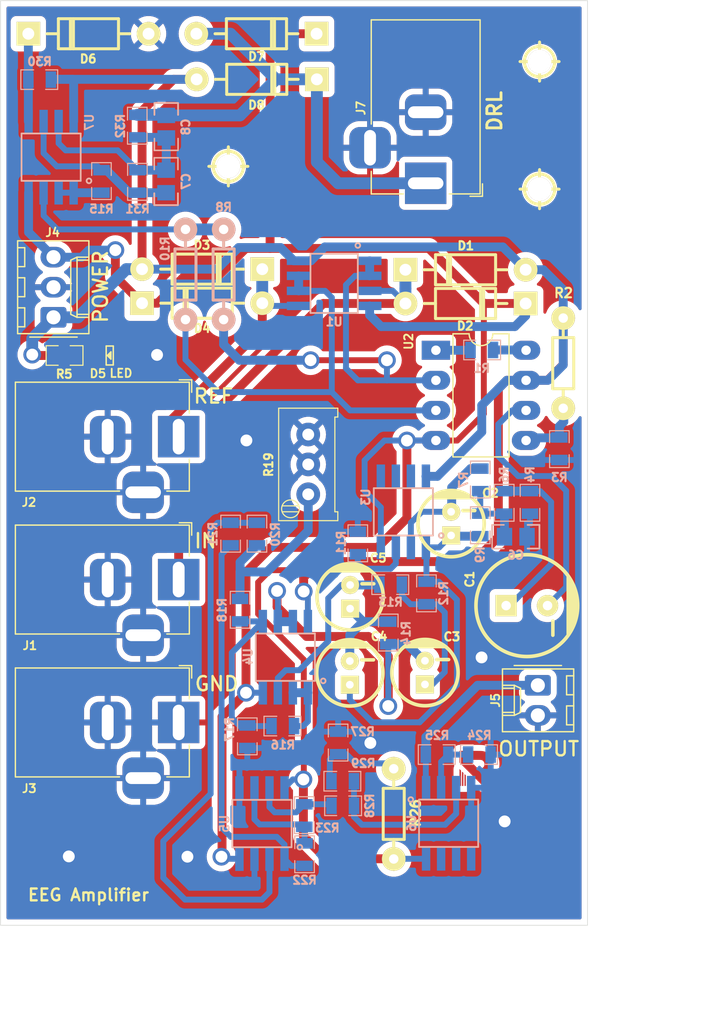
<source format=kicad_pcb>
(kicad_pcb (version 20240108) (generator "pcbnew") (generator_version "8.0")
  (title_block (title "Amplificador Electroencefalograma") (date "2025-08-19") (rev "v4.0") (company "E.E.S.T. N°5 \"2 de Abril\" Temperley") (comment 1 "Autor: Iván Romano") (comment 2 "Curso: 7mo 6ta") (comment 3 "Grupo: 2"))
  (layers (0 "F.Cu" signal) (31 "B.Cu" signal) (34 "B.Paste" user) (35 "F.Paste" user) (36 "B.SilkS" user "B.Silkscreen") (37 "F.SilkS" user "F.Silkscreen") (38 "B.Mask" user) (39 "F.Mask" user) (44 "Edge.Cuts" user))
  (net 0 "")
  (net 1 "Net-(C1-Pad1)")
  (net 2 "/AD620_OUT")
  (net 3 "/Filters_OUT")
  (net 4 "Net-(U3-IN1-)")
  (net 5 "Net-(C3-Pad1)")
  (net 6 "Net-(U4-IN2-)")
  (net 7 "Net-(C4-Pad2)")
  (net 8 "Net-(U4-IN1+)")
  (net 9 "Net-(C6-Pad1)")
  (net 10 "GND")
  (net 11 "-5V")
  (net 12 "+5V")
  (net 13 "/INPUT")
  (net 14 "/REF")
  (net 15 "/OUTPUT")
  (net 16 "Net-(R1-Pad2)")
  (net 17 "Net-(R1-Pad1)")
  (net 18 "/AD620_Ref")
  (net 19 "Net-(U3-IN1+)")
  (net 20 "Net-(U4-IN1-)")
  (net 21 "/NotchFilter_OUT")
  (net 22 "Net-(R18-Pad2)")
  (net 23 "Net-(U5-IN1-)")
  (net 24 "Net-(U5-Out1)")
  (net 25 "Net-(U5-IN2-)")
  (net 26 "Net-(U6-IN1-)")
  (net 27 "/Offset_Ref")
  (net 28 "Net-(U6-IN1+)")
  (net 29 "/Amp_OUT")
  (net 30 "/IN-")
  (net 31 "/IN+")
  (net 38 "Net-(D5-A)")
  (net 40 "Net-(U7-IN2-)")
  (net 41 "Net-(U7-Out2)")
  (net 42 "/DRL_OUT")
  (net 43 "/DRL_REF")
  (net 44 "/DRL_IN")
  (net 45 "Net-(U7-IN1-)")
  (footprint "Logo Romano:Potenciometer_Trimpot" (layer "F.Cu") (at 154.585 100.0425 90)
    (property "Reference" "R19")
    (property "Value" "1k" (hide yes))
  )
  (footprint "Connector_BarrelJack:BarrelJack_Horizontal" (layer "F.Cu") (at 143.635 97.69875)
    (property "Reference" "J2")
    (property "Value" "REF")
  )
  (footprint "EESTN5:DO-41" (layer "F.Cu") (at 136.01 63.6675 180)
    (property "Reference" "D6")
    (property "Value" "C2v2" (hide yes))
  )
  (footprint "EESTN5:DO-41" (layer "F.Cu") (at 150.235 67.5175)
    (property "Reference" "D8")
    (property "Value" "1N4007" (hide yes))
  )
  (footprint "Connector_BarrelJack:BarrelJack_Horizontal" (layer "F.Cu") (at 143.635 109.7675)
    (property "Reference" "J1")
    (property "Value" "IN")
  )
  (footprint "EESTN5:R_0805" (layer "F.Cu") (at 133.95902 90.8425)
    (property "Reference" "R5")
    (property "Value" "470" (hide yes))
  )
  (footprint "Connector_Molex:Molex_KK-254_AE-6410-03A_1x03_P2.54mm_Vertical" (layer "F.Cu") (at 133.055 87.6175 90)
    (property "Reference" "J4")
    (property "Value" "POWER")
  )
  (footprint "EESTN5:CAP_ELEC_8x11.5mm" (layer "F.Cu") (at 173.06 111.9675 -90)
    (property "Reference" "C1")
    (property "Value" "470u" (hide yes))
  )
  (footprint "EESTN5:CAP_ELEC_5x11mm" (layer "F.Cu") (at 164.45 117.625)
    (property "Reference" "C3")
    (property "Value" "22u" (hide yes))
  )
  (footprint "EESTN5:RES0.3" (layer "F.Cu") (at 176.135 91.4925 -90)
    (property "Reference" "R2")
    (property "Value" "510" (hide yes))
  )
  (footprint "EESTN5:CAP_ELEC_5x11mm" (layer "F.Cu") (at 158.1 117.65)
    (property "Reference" "C4")
    (property "Value" "10u" (hide yes))
  )
  (footprint "EESTN5:DO-41" (layer "F.Cu") (at 145.61997 86.42446 180)
    (property "Reference" "D4")
    (property "Value" "1N4007" (hide yes))
  )
  (footprint "Connector_BarrelJack:BarrelJack_Horizontal" (layer "F.Cu") (at 164.51 76.2955 -90)
    (property "Reference" "J7")
    (property "Value" "DRL")
  )
  (footprint "EESTN5:RES0.3" (layer "F.Cu") (at 161.81 129.5575 90)
    (property "Reference" "R26")
    (property "Value" "510" (hide yes))
  )
  (footprint "EESTN5:DO-41" (layer "F.Cu") (at 167.88 83.6 180)
    (property "Reference" "D2")
    (property "Value" "1N4007" (hide yes))
  )
  (footprint "EESTN5:Led_0805" (layer "F.Cu") (at 137.80902 90.8425 180)
    (property "Reference" "D5")
    (property "Value" "LED")
  )
  (footprint "EESTN5:CAP_ELEC_5x11mm" (layer "F.Cu") (at 158.125 111.225)
    (property "Reference" "C5")
    (property "Value" "10u" (hide yes))
  )
  (footprint "Connector_BarrelJack:BarrelJack_Horizontal" (layer "F.Cu") (at 143.635 121.83625)
    (property "Reference" "J3")
    (property "Value" "GND")
  )
  (footprint "EESTN5:CAP_ELEC_5x11mm" (layer "F.Cu") (at 166.66 105.0425)
    (property "Reference" "C2")
    (property "Value" "4700n" (hide yes))
  )
  (footprint "EESTN5:DO-41" (layer "F.Cu") (at 150.21 63.6675)
    (property "Reference" "D7")
    (property "Value" "1N4007" (hide yes))
  )
  (footprint "Logo Romano:Logo_Romano" (layer "F.Cu") (at 168.885 125.7175)
    (property "Reference" "G***" (hide yes))
    (property "Value" "LOGO" (hide yes))
  )
  (footprint "EESTN5:hole_2mm" (layer "F.Cu") (at 174.135 66.0175)
    (property "Reference" "J8" (hide yes))
    (property "Value" "Jail Hole" (hide yes))
  )
  (footprint "EESTN5:hole_2mm" (layer "F.Cu") (at 174.135 76.7925)
    (property "Reference" "J9" (hide yes))
    (property "Value" "Jail Hole" (hide yes))
  )
  (footprint "EESTN5:hole_2mm" (layer "F.Cu") (at 147.835 74.8675)
    (property "Reference" "J6" (hide yes))
    (property "Value" "Mounting Hole" (hide yes))
  )
  (footprint "Connector_Molex:Molex_KK-254_AE-6410-02A_1x02_P2.54mm_Vertical" (layer "F.Cu") (at 173.99 118.6975 -90)
    (property "Reference" "J5")
    (property "Value" "OUTPUT")
  )
  (footprint "EESTN5:DO-41" (layer "F.Cu") (at 167.88 86.45)
    (property "Reference" "D1")
    (property "Value" "1N4007" (hide yes))
  )
  (footprint "EESTN5:DO-41" (layer "F.Cu") (at 145.61997 83.55)
    (property "Reference" "D3")
    (property "Value" "1N4007" (hide yes))
  )
  (footprint "EESTN5:DIP-8" (layer "F.Cu") (at 165.375 90.4)
    (property "Reference" "U2")
    (property "Value" "AD620" (hide yes))
  )
  (footprint "EESTN5:R_0805" (layer "B.Cu") (at 161.35 114.275 90)
    (property "Reference" "R14")
    (property "Value" "150" (hide yes))
  )
  (footprint "EESTN5:R_0805" (layer "B.Cu") (at 154.25 129.6975 90)
    (property "Reference" "R23")
    (property "Value" "1k" (hide yes))
  )
  (footprint "EESTN5:R_0805" (layer "B.Cu") (at 137.11 76.1425 90)
    (property "Reference" "R15")
    (property "Value" "10k" (hide yes))
  )
  (footprint "EESTN5:R_0805" (layer "B.Cu") (at 169.125 101.35 90)
    (property "Reference" "R7")
    (property "Value" "22" (hide yes))
  )
  (footprint "EESTN5:R_0805" (layer "B.Cu") (at 152.435 122.1425 180)
    (property "Reference" "R16")
    (property "Value" "330" (hide yes))
  )
  (footprint "EESTN5:R_0805" (layer "B.Cu") (at 154.275 133 90)
    (property "Reference" "R22")
    (property "Value" "270" (hide yes))
  )
  (footprint "EESTN5:RES0.3" (layer "B.Cu") (at 147.435 84.0025 90)
    (property "Reference" "R8")
    (property "Value" "1M" (hide yes))
  )
  (footprint "EESTN5:R_0805" (layer "B.Cu") (at 157.5 126.8 180)
    (property "Reference" "R29")
    (property "Value" "1k" (hide yes))
  )
  (footprint "EESTN5:R_0805" (layer "B.Cu") (at 169.125 105.15 -90)
    (property "Reference" "R9")
    (property "Value" "220" (hide yes))
  )
  (footprint "EESTN5:R_0805" (layer "B.Cu") (at 165.475 124.55 180)
    (property "Reference" "R25")
    (property "Value" "1k" (hide yes))
  )
  (footprint "EESTN5:R_0805" (layer "B.Cu") (at 150.25 105.925 90)
    (property "Reference" "R20")
    (property "Value" "10k" (hide yes))
  )
  (footprint "EESTN5:R_0805" (layer "B.Cu") (at 140.1475 76.1425 -90)
    (property "Reference" "R31")
    (property "Value" "100k" (hide yes))
  )
  (footprint "EESTN5:SSOP-8" (layer "B.Cu") (at 156.775 84.75 -90)
    (property "Reference" "U1")
    (property "Value" "LM358" (hide yes))
  )
  (footprint "EESTN5:SSOP-8" (layer "B.Cu") (at 152.65 116.325 180)
    (property "Reference" "U4")
    (property "Value" "LM358" (hide yes))
  )
  (footprint "EESTN5:SSOP-8" (layer "B.Cu") (at 162.625 104.05 180)
    (property "Reference" "U3")
    (property "Value" "LM358" (hide yes))
  )
  (footprint "EESTN5:R_0805" (layer "B.Cu") (at 131.885 67.5425 180)
    (property "Reference" "R30")
    (property "Value" "330" (hide yes))
  )
  (footprint "EESTN5:R_0805" (layer "B.Cu") (at 157.5 128.875)
    (property "Reference" "R28")
    (property "Value" "1k" (hide yes))
  )
  (footprint "EESTN5:R_0805" (layer "B.Cu") (at 157.11 123.5675 90)
    (property "Reference" "R27")
    (property "Value" "220" (hide yes))
  )
  (footprint "EESTN5:R_0805" (layer "B.Cu") (at 169.25 90.375)
    (property "Reference" "R1")
    (property "Value" "56" (hide yes))
  )
  (footprint "EESTN5:R_0805" (layer "B.Cu") (at 148.825 112.35 90)
    (property "Reference" "R18")
    (property "Value" "4,7k" (hide yes))
  )
  (footprint "EESTN5:RES0.3" (layer "B.Cu") (at 144.21 84.0025 -90)
    (property "Reference" "R10")
    (property "Value" "1M" (hide yes))
  )
  (footprint "EESTN5:SSOP-8" (layer "B.Cu") (at 150.675 130.375 180)
    (property "Reference" "U5")
    (property "Value" "LM358" (hide yes))
  )
  (footprint "EESTN5:R_0805" (layer "B.Cu") (at 148.025 105.925 90)
    (property "Reference" "R21")
    (property "Value" "100k" (hide yes))
  )
  (footprint "EESTN5:R_0805" (layer "B.Cu") (at 149.435 123.0425 90)
    (property "Reference" "R17")
    (property "Value" "4,7k" (hide yes))
  )
  (footprint "EESTN5:R_0805" (layer "B.Cu") (at 158.775 106.675 -90)
    (property "Reference" "R11")
    (property "Value" "47" (hide yes))
  )
  (footprint "EESTN5:SSOP-8" (layer "B.Cu") (at 132.855 74.0925 180)
    (property "Reference" "U7")
    (property "Value" "LM358" (hide yes))
  )
  (footprint "EESTN5:R_0805" (layer "B.Cu") (at 171.15 103.25 -90)
    (property "Reference" "R6")
    (property "Value" "22" (hide yes))
  )
  (footprint "EESTN5:R_0805" (layer "B.Cu") (at 169.05 124.55 180)
    (property "Reference" "R24")
    (property "Value" "1k" (hide yes))
  )
  (footprint "EESTN5:R_0805" (layer "B.Cu") (at 173.325 103.25 -90)
    (property "Reference" "R4")
    (property "Value" "680" (hide yes))
  )
  (footprint "EESTN5:C_0805" (layer "B.Cu") (at 142.585 71.5175 -90)
    (property "Reference" "C8")
    (property "Value" "1n" (hide yes))
  )
  (footprint "EESTN5:R_0805" (layer "B.Cu") (at 161.55 110.2 180)
    (property "Reference" "R13")
    (property "Value" "330" (hide yes))
  )
  (footprint "EESTN5:R_0805" (layer "B.Cu") (at 140.135 71.4675 90)
    (property "Reference" "R32")
    (property "Value" "100k" (hide yes))
  )
  (footprint "EESTN5:R_0805" (layer "B.Cu") (at 164.575 110.9 -90)
    (property "Reference" "R12")
    (property "Value" "330" (hide yes))
  )
  (footprint "EESTN5:R_0805" (layer "B.Cu") (at 175.81 98.7175 -90)
    (property "Reference" "R3")
    (property "Value" "220" (hide yes))
  )
  (footprint "EESTN5:SSOP-8" (layer "B.Cu") (at 166.45 130.35)
    (property "Reference" "U6")
    (property "Value" "LM358" (hide yes))
  )
  (footprint "EESTN5:C_0805" (layer "B.Cu") (at 142.5725 76.1425 90)
    (property "Reference" "C7")
    (property "Value" "1n" (hide yes))
  )
  (footprint "EESTN5:C_0805" (layer "B.Cu") (at 172.125 106.15 180)
    (property "Reference" "C6")
    (property "Value" "100u" (hide yes))
  )
  (gr_rect (start 128.585 60.8675) (end 178.185 138.9675) (stroke (width 0.05)) (fill none) (layer "Edge.Cuts"))
  (gr_text "EEG Amplifier" (at 130.785 136.9925 0) (layer "F.SilkS") (effects (font (size 1 1) (thickness 0.2) (bold yes)) (justify left bottom)))
  (segment (start 173.325 102.2975) (end 174.19 102.2975) (width 0.5) (layer "B.Cu") (net 1))
  (segment (start 174.19 102.2975) (end 175.11 103.2175) (width 0.5) (layer "B.Cu") (net 1))
  (segment (start 171.61 111.9675) (end 171.31 111.9675) (width 0.5) (layer "B.Cu") (net 1))
  (segment (start 175.11 108.4675) (end 171.61 111.9675) (width 0.5) (layer "B.Cu") (net 1))
  (segment (start 175.11 103.2175) (end 175.11 108.4675) (width 0.5) (layer "B.Cu") (net 1))
  (segment (start 173.325 102.2975) (end 171.15 102.2975) (width 0.75) (layer "B.Cu") (net 1))
  (segment (start 176.385 102.2675) (end 176.385 110.3925) (width 0.5) (layer "B.Cu") (net 2))
  (segment (start 175.1425 101.025) (end 176.385 102.2675) (width 0.5) (layer "B.Cu") (net 2))
  (segment (start 170.65 96.65) (end 170.65 99.35) (width 0.5) (layer "B.Cu") (net 2))
  (segment (start 171.82 95.48) (end 170.65 96.65) (width 0.5) (layer "B.Cu") (net 2))
  (segment (start 172.995 95.48) (end 171.82 95.48) (width 0.5) (layer "B.Cu") (net 2))
  (segment (start 170.65 99.35) (end 172.325 101.025) (width 0.5) (layer "B.Cu") (net 2))
  (segment (start 176.385 110.3925) (end 174.81 111.9675) (width 0.5) (layer "B.Cu") (net 2))
  (segment (start 172.325 101.025) (end 175.1425 101.025) (width 0.5) (layer "B.Cu") (net 2))
  (segment (start 164.575 107.095) (end 164.53 107.05) (width 0.5) (layer "B.Cu") (net 3))
  (segment (start 164 121.825) (end 167.15 118.675) (width 0.5) (layer "B.Cu") (net 3))
  (segment (start 166.66 106.0425) (end 165.6525 107.05) (width 0.5) (layer "B.Cu") (net 3))
  (segment (start 167.15 111.475) (end 165.6225 109.9475) (width 0.5) (layer "B.Cu") (net 3))
  (segment (start 167.15 118.675) (end 167.15 111.475) (width 0.5) (layer "B.Cu") (net 3))
  (segment (start 158.1 118.65) (end 158.1 119.925) (width 0.5) (layer "B.Cu") (net 3))
  (segment (start 166.66 106.0425) (end 166.72 106.1025) (width 0.75) (layer "B.Cu") (net 3))
  (segment (start 164.575 109.9475) (end 164.575 107.095) (width 0.5) (layer "B.Cu") (net 3))
  (segment (start 165.6225 109.9475) (end 164.575 109.9475) (width 0.5) (layer "B.Cu") (net 3))
  (segment (start 166.72 106.1025) (end 169.125 106.1025) (width 0.75) (layer "B.Cu") (net 3))
  (segment (start 160 121.825) (end 164 121.825) (width 0.5) (layer "B.Cu") (net 3))
  (segment (start 158.1 119.925) (end 160 121.825) (width 0.5) (layer "B.Cu") (net 3))
  (segment (start 165.6525 107.05) (end 164.53 107.05) (width 0.5) (layer "B.Cu") (net 3))
  (segment (start 168.3025 100.3975) (end 169.125 100.3975) (width 0.75) (layer "B.Cu") (net 4))
  (segment (start 163.26 104.9675) (end 163.26 107.05) (width 0.5) (layer "B.Cu") (net 4))
  (segment (start 166.66 104.0425) (end 166.71 103.9925) (width 0.75) (layer "B.Cu") (net 4))
  (segment (start 166.66 104.0425) (end 164.185 104.0425) (width 0.5) (layer "B.Cu") (net 4))
  (segment (start 166.71 101.99) (end 168.3025 100.3975) (width 0.75) (layer "B.Cu") (net 4))
  (segment (start 164.185 104.0425) (end 163.26 104.9675) (width 0.5) (layer "B.Cu") (net 4))
  (segment (start 166.71 103.9925) (end 166.71 101.99) (width 0.75) (layer "B.Cu") (net 4))
  (segment (start 163.2275 111.8525) (end 162.5025 111.1275) (width 0.5) (layer "B.Cu") (net 5))
  (segment (start 166.125 117.575) (end 166.125 112.55) (width 0.5) (layer "B.Cu") (net 5))
  (segment (start 164.575 111.8525) (end 163.2275 111.8525) (width 0.5) (layer "B.Cu") (net 5))
  (segment (start 164.45 118.625) (end 165.075 118.625) (width 0.5) (layer "B.Cu") (net 5))
  (segment (start 166.125 112.55) (end 165.4275 111.8525) (width 0.5) (layer "B.Cu") (net 5))
  (segment (start 165.4275 111.8525) (end 164.575 111.8525) (width 0.5) (layer "B.Cu") (net 5))
  (segment (start 162.5025 111.1275) (end 162.5025 110.2) (width 0.5) (layer "B.Cu") (net 5))
  (segment (start 165.075 118.625) (end 166.125 117.575) (width 0.5) (layer "B.Cu") (net 5))
  (segment (start 159.675 114.575) (end 154.45 114.575) (width 0.75) (layer "F.Cu") (net 6))
  (segment (start 161.35 120.45) (end 161.35 116.25) (width 0.75) (layer "F.Cu") (net 6))
  (segment (start 161.35 116.25) (end 159.675 114.575) (width 0.75) (layer "F.Cu") (net 6))
  (segment (start 154.45 114.575) (end 151.95 112.075) (width 0.75) (layer "F.Cu") (net 6))
  (segment (start 151.95 112.075) (end 151.95 110.725) (width 0.75) (layer "F.Cu") (net 6))
  (via (at 151.95 110.725) (size 1.5) (drill 1) (layers "F.Cu" "B.Cu") (net 6))
  (via (at 161.35 120.45) (size 1.5) (drill 1) (layers "F.Cu" "B.Cu") (net 6))
  (segment (start 152.025 113.315) (end 152.015 113.325) (width 0.5) (layer "B.Cu") (net 6))
  (segment (start 152.025 110.8) (end 152.025 113.315) (width 0.5) (layer "B.Cu") (net 6))
  (segment (start 151.95 110.725) (end 152.025 110.8) (width 0.5) (layer "B.Cu") (net 6))
  (segment (start 162.9525 115.2275) (end 161.35 115.2275) (width 0.75) (layer "B.Cu") (net 6))
  (segment (start 161.35 115.2275) (end 161.35 120.45) (width 0.5) (layer "B.Cu") (net 6))
  (segment (start 152.015 113.325) (end 153.285 113.325) (width 0.75) (layer "B.Cu") (net 6))
  (segment (start 164.35 116.625) (end 162.9525 115.2275) (width 0.75) (layer "B.Cu") (net 6))
  (segment (start 164.45 116.625) (end 164.35 116.625) (width 0.75) (layer "B.Cu") (net 6))
  (segment (start 159.2225 113.3225) (end 158.125 112.225) (width 0.75) (layer "B.Cu") (net 7))
  (segment (start 161.35 113.3225) (end 159.2225 113.3225) (width 0.75) (layer "B.Cu") (net 7))
  (segment (start 158.1 114.445) (end 159.2225 113.3225) (width 0.75) (layer "B.Cu") (net 7))
  (segment (start 158.1 116.65) (end 158.1 114.445) (width 0.75) (layer "B.Cu") (net 7))
  (segment (start 158.125 110.225) (end 160.5725 110.225) (width 0.75) (layer "B.Cu") (net 8))
  (segment (start 157.4 110.225) (end 158.125 110.225) (width 0.5) (layer "B.Cu") (net 8))
  (segment (start 153.825 117.425) (end 156.275 114.975) (width 0.5) (layer "B.Cu") (net 8))
  (segment (start 160.5725 110.225) (end 160.5975 110.2) (width 0.75) (layer "B.Cu") (net 8))
  (segment (start 152.015 118.085) (end 152.675 117.425) (width 0.5) (layer "B.Cu") (net 8))
  (segment (start 156.275 114.975) (end 156.275 111.35) (width 0.5) (layer "B.Cu") (net 8))
  (segment (start 152.675 117.425) (end 153.825 117.425) (width 0.5) (layer "B.Cu") (net 8))
  (segment (start 152.015 119.325) (end 152.015 118.085) (width 0.5) (layer "B.Cu") (net 8))
  (segment (start 156.275 111.35) (end 157.4 110.225) (width 0.5) (layer "B.Cu") (net 8))
  (segment (start 169.125 104.1975) (end 171.145 104.1975) (width 0.5) (layer "B.Cu") (net 9))
  (segment (start 169.125 104.1975) (end 169.125 102.3025) (width 0.5) (layer "B.Cu") (net 9))
  (segment (start 171.13 104.2225) (end 171.15 104.2025) (width 0.75) (layer "B.Cu") (net 9))
  (segment (start 171.145 104.1975) (end 171.15 104.2025) (width 0.5) (layer "B.Cu") (net 9))
  (segment (start 171.1725 106.15) (end 171.1725 104.225) (width 0.75) (layer "B.Cu") (net 9))
  (segment (start 171.1725 104.225) (end 171.15 104.2025) (width 0.75) (layer "B.Cu") (net 9))
  (segment (start 138.85804 90.8425) (end 141.75902 90.8425) (width 0.75) (layer "F.Cu") (net 10))
  (segment (start 141.75902 90.8425) (end 141.80902 90.7925) (width 0.75) (layer "F.Cu") (net 10))
  (via (at 149.36 98.0175) (size 1.5) (drill 1) (layers "F.Cu" "B.Cu") (net 10))
  (via (at 141.80902 90.7925) (size 1.5) (drill 1) (layers "F.Cu" "B.Cu") (net 10))
  (via (at 169.235 116.3425) (size 1.5) (drill 1) (layers "F.Cu" "B.Cu") (net 10))
  (via (at 144.375 133.175) (size 1.5) (drill 1) (layers "F.Cu" "B.Cu") (net 10))
  (via (at 134.35 133.15) (size 1.5) (drill 1) (layers "F.Cu" "B.Cu") (net 10))
  (via (at 159.835 123.5675) (size 1.5) (drill 1) (layers "F.Cu" "B.Cu") (net 10))
  (via (at 171.185 130.1925) (size 1.5) (drill 1) (layers "F.Cu" "B.Cu") (net 10))
  (segment (start 169.425 86.45) (end 172.96 86.45) (width 0.75) (layer "F.Cu") (net 11))
  (segment (start 146.885 84.2175) (end 149.3025 81.8) (width 0.75) (layer "F.Cu") (net 11))
  (segment (start 164.775 81.8) (end 169.425 86.45) (width 0.75) (layer "F.Cu") (net 11))
  (segment (start 167.175 98.025) (end 169.425 95.775) (width 0.5) (layer "F.Cu") (net 11))
  (segment (start 147.25 133.175) (end 147.3 133.125) (width 0.75) (layer "F.Cu") (net 11))
  (segment (start 140.53997 86.42446) (end 138.285 84.16949) (width 0.75) (layer "F.Cu") (net 11))
  (segment (start 151.36 65.2675) (end 152.96 63.6675) (width 0.75) (layer "F.Cu") (net 11))
  (segment (start 140.53997 86.42446) (end 141.85304 86.42446) (width 0.75) (layer "F.Cu") (net 11))
  (segment (start 152.96 63.6675) (end 155.29 63.6675) (width 0.75) (layer "F.Cu") (net 11))
  (segment (start 149.325 109.15) (end 151.425 107.05) (width 0.75) (layer "F.Cu") (net 11))
  (segment (start 147.3 133.125) (end 147.3 121.35) (width 0.75) (layer "F.Cu") (net 11))
  (segment (start 149.325 119.325) (end 149.325 109.15) (width 0.75) (layer "F.Cu") (net 11))
  (segment (start 151.36 81.8) (end 151.36 65.2675) (width 0.75) (layer "F.Cu") (net 11))
  (segment (start 151.425 107.05) (end 160.4525 107.05) (width 0.75) (layer "F.Cu") (net 11))
  (segment (start 151.36 81.8) (end 164.775 81.8) (width 0.75) (layer "F.Cu") (net 11))
  (segment (start 169.425 95.775) (end 169.425 86.45) (width 0.5) (layer "F.Cu") (net 11))
  (segment (start 149.3025 81.8) (end 151.36 81.8) (width 0.75) (layer "F.Cu") (net 11))
  (segment (start 144.06 84.2175) (end 146.885 84.2175) (width 0.75) (layer "F.Cu") (net 11))
  (segment (start 147.3 121.35) (end 149.325 119.325) (width 0.75) (layer "F.Cu") (net 11))
  (segment (start 138.285 84.16949) (end 138.285 81.9425) (width 0.75) (layer "F.Cu") (net 11))
  (segment (start 162.925 98.025) (end 167.175 98.025) (width 0.5) (layer "F.Cu") (net 11))
  (segment (start 141.85304 86.42446) (end 144.06 84.2175) (width 0.75) (layer "F.Cu") (net 11))
  (segment (start 160.4525 107.05) (end 162.925 104.5775) (width 0.75) (layer "F.Cu") (net 11))
  (segment (start 162.925 104.5775) (end 162.925 98.025) (width 0.75) (layer "F.Cu") (net 11))
  (via (at 149.325 119.325) (size 1.5) (drill 1) (layers "F.Cu" "B.Cu") (net 11))
  (via (at 147.25 133.175) (size 1.5) (drill 1) (layers "F.Cu" "B.Cu") (net 11))
  (via (at 162.925 98.025) (size 1.5) (drill 1) (layers "F.Cu" "B.Cu") (net 11))
  (via (at 138.285 81.9425) (size 1.5) (drill 1) (layers "F.Cu" "B.Cu") (net 11))
  (segment (start 172.96 86.45) (end 172.96 87.49) (width 0.75) (layer "B.Cu") (net 11))
  (segment (start 135.435 82.5425) (end 133.06 82.5425) (width 0.75) (layer "B.Cu") (net 11))
  (segment (start 162.93 98.02) (end 162.925 98.025) (width 0.5) (layer "B.Cu") (net 11))
  (segment (start 165.375 98.02) (end 162.93 98.02) (width 0.5) (layer "B.Cu") (net 11))
  (segment (start 130.95 80.4325) (end 130.95 77.0925) (width 0.75) (layer "B.Cu") (net 11))
  (segment (start 160.75 88.4) (end 159.775 87.425) (width 0.75) (layer "B.Cu") (net 11))
  (segment (start 140.04048 86.40449) (end 140.06045 86.42446) (width 1) (layer "B.Cu") (net 11))
  (segment (start 136.035 81.9425) (end 135.435 82.5425) (width 0.75) (layer "B.Cu") (net 11))
  (segment (start 160.72 103.67) (end 159.35 102.3) (width 0.5) (layer "B.Cu") (net 11))
  (segment (start 159.35 102.3) (end 159.35 99.7) (width 0.5) (layer "B.Cu") (net 11))
  (segment (start 147.425 133.35) (end 147.25 133.175) (width 0.5) (layer "B.Cu") (net 11))
  (segment (start 148.77 133.35) (end 147.425 133.35) (width 0.5) (layer "B.Cu") (net 11))
  (segment (start 172.05 88.4) (end 160.75 88.4) (width 0.75) (layer "B.Cu") (net 11))
  (segment (start 150.745 119.325) (end 149.325 119.325) (width 0.5) (layer "B.Cu") (net 11))
  (segment (start 159.35 99.7) (end 161.025 98.025) (width 0.5) (layer "B.Cu") (net 11))
  (segment (start 172.96 87.49) (end 172.05 88.4) (width 0.75) (layer "B.Cu") (net 11))
  (segment (start 159.775 87.425) (end 159.775 86.655) (width 0.75) (layer "B.Cu") (net 11))
  (segment (start 138.285 81.9425) (end 136.035 81.9425) (width 0.75) (layer "B.Cu") (net 11))
  (segment (start 133.055 82.5375) (end 130.95 80.4325) (width 0.75) (layer "B.Cu") (net 11))
  (segment (start 160.72 107.05) (end 160.72 103.67) (width 0.5) (layer "B.Cu") (net 11))
  (segment (start 161.025 98.025) (end 162.925 98.025) (width 0.5) (layer "B.Cu") (net 11))
  (segment (start 133.06 82.5425) (end 133.055 82.5375) (width 0.75) (layer "B.Cu") (net 11))
  (segment (start 143.21 67.5175) (end 145.155 67.5175) (width 0.75) (layer "F.Cu") (net 12))
  (segment (start 154.175 131.4325) (end 154.175 126.65) (width 0.75) (layer "F.Cu") (net 12))
  (segment (start 133.00652 90.8425) (end 131.33402 90.8425) (width 0.75) (layer "F.Cu") (net 12))
  (segment (start 150.35 112.675) (end 150.35 110) (width 0.5) (layer "F.Cu") (net 12))
  (segment (start 151.375 108.975) (end 153.5975 108.975) (width 0.5) (layer "F.Cu") (net 12))
  (segment (start 140.54548 82.92) (end 139.91548 83.55) (width 0.75) (layer "F.Cu") (net 12))
  (segment (start 153.5975 108.975) (end 154.2 109.5775) (width 0.5) (layer "F.Cu") (net 12))
  (segment (start 156.0925 133.35) (end 154.175 131.4325) (width 0.75) (layer "F.Cu") (net 12))
  (segment (start 170.65 106.1775) (end 170.65 93.6525) (width 0.75) (layer "F.Cu") (net 12))
  (segment (start 171.3625 92.94) (end 172.995 92.94) (width 0.75) (layer "F.Cu") (net 12))
  (segment (start 154.2 110.775) (end 154.2 109.5775) (width 0.75) (layer "F.Cu") (net 12))
  (segment (start 150.35 110) (end 151.375 108.975) (width 0.5) (layer "F.Cu") (net 12))
  (segment (start 155.5275 108.25) (end 168.5775 108.25) (width 0.75) (layer "F.Cu") (net 12))
  (segment (start 161.775 133.35) (end 160.875 133.35) (width 0.5) (layer "F.Cu") (net 12))
  (segment (start 140.53997 70.18753) (end 143.21 67.5175) (width 0.75) (layer "F.Cu") (net 12))
  (segment (start 176.135 91.6175) (end 174.8125 92.94) (width 0.75) (layer "F.Cu") (net 12))
  (segment (start 154.175 126.65) (end 154.21 126.615) (width 0.5) (layer "F.Cu") (net 12))
  (segment (start 176.135 87.6825) (end 176.135 90.6175) (width 0.5) (layer "F.Cu") (net 12))
  (segment (start 170.65 93.6525) (end 171.3625 92.94) (width 0.75) (layer "F.Cu") (net 12))
  (segment (start 174.8125 92.94) (end 172.995 92.94) (width 0.75) (layer "F.Cu") (net 12))
  (segment (start 140.53997 83.55) (end 140.53997 70.18753) (width 0.75) (layer "F.Cu") (net 12))
  (segment (start 154.2 109.5775) (end 155.5275 108.25) (width 0.75) (layer "F.Cu") (net 12))
  (segment (start 154.21 116.535) (end 150.35 112.675) (width 0.5) (layer "F.Cu") (net 12))
  (segment (start 168.5775 108.25) (end 170.65 106.1775) (width 0.75) (layer "F.Cu") (net 12))
  (segment (start 131.33402 90.8425) (end 131.25902 90.7675) (width 0.75) (layer "F.Cu") (net 12))
  (segment (start 154.21 126.615) (end 154.21 116.535) (width 0.5) (layer "F.Cu") (net 12))
  (segment (start 160.875 133.35) (end 156.0925 133.35) (width 0.75) (layer "F.Cu") (net 12))
  (segment (start 176.135 87.6825) (end 176.135 91.6175) (width 0.75) (layer "F.Cu") (net 12))
  (via (at 154.2 110.775) (size 1.5) (drill 1) (layers "F.Cu" "B.Cu") (net 12))
  (via (at 154.175 126.65) (size 1.5) (drill 1) (layers "F.Cu" "B.Cu") (net 12))
  (via (at 131.25902 90.7675) (size 1.5) (drill 1) (layers "F.Cu" "B.Cu") (net 12))
  (segment (start 154.8075 82.845) (end 155.9775 81.675) (width 0.75) (layer "B.Cu") (net 12))
  (segment (start 171.36 92.94) (end 172.995 92.94) (width 0.75) (layer "B.Cu") (net 12))
  (segment (start 146.875 83.55) (end 148.7 81.725) (width 0.75) (layer "B.Cu") (net 12))
  (segment (start 155.9775 81.675) (end 171.035 81.675) (width 0.75) (layer "B.Cu") (net 12))
  (segment (start 176.135 85.285) (end 176.135 91.64) (width 0.75) (layer "B.Cu") (net 12))
  (segment (start 152.25 81.725) (end 153.37 82.845) (width 0.75) (layer "B.Cu") (net 12))
  (segment (start 135.135 87.6175) (end 139.2025 83.55) (width 1) (layer "B.Cu") (net 12))
  (segment (start 176.135 91.64) (end 174.835 92.94) (width 0.75) (layer "B.Cu") (net 12))
  (segment (start 173.01 92.925) (end 172.995 92.94) (width 1) (layer "B.Cu") (net 12))
  (segment (start 131.25902 90.7675) (end 131.25902 89.41348) (width 1) (layer "B.Cu") (net 12))
  (segment (start 133.0125 67.5175) (end 145.155 67.5175) (width 0.75) (layer "B.Cu") (net 12))
  (segment (start 153.28 126.65) (end 152.58 127.35) (width 0.5) (layer "B.Cu") (net 12))
  (segment (start 133.0125 67.5175) (end 132.8375 67.3425) (width 0.75) (layer "B.Cu") (net 12))
  (segment (start 131.25902 89.41348) (end 133.055 87.6175) (width 1) (layer "B.Cu") (net 12))
  (segment (start 164.545 133.35) (end 161.775 133.35) (width 0.5) (layer "B.Cu") (net 12))
  (segment (start 153.37 82.845) (end 153.775 82.845) (width 0.75) (layer "B.Cu") (net 12))
  (segment (start 148.7 81.725) (end 152.25 81.725) (width 0.75) (layer "B.Cu") (net 12))
  (segment (start 140.53997 83.55) (end 146.875 83.55) (width 0.75) (layer "B.Cu") (net 12))
  (segment (start 154.555 113.325) (end 154.555 111.13) (width 0.5) (layer "B.Cu") (net 12))
  (segment (start 164.53 101.05) (end 165.5 101.05) (width 0.75) (layer "B.Cu") (net 12))
  (segment (start 174.45 83.6) (end 176.135 85.285) (width 0.75) (layer "B.Cu") (net 12))
  (segment (start 169.25 97.3) (end 169.25 95.05) (width 0.75) (layer "B.Cu") (net 12))
  (segment (start 134.76 71.0925) (end 134.76 67.5925) (width 0.75) (layer "B.Cu") (net 12))
  (segment (start 171.035 81.675) (end 172.96 83.6) (width 0.75) (layer "B.Cu") (net 12))
  (segment (start 165.5 101.05) (end 169.25 97.3) (width 0.75) (layer "B.Cu") (net 12))
  (segment (start 154.175 126.65) (end 153.28 126.65) (width 0.5) (layer "B.Cu") (net 12))
  (segment (start 154.555 111.13) (end 154.2 110.775) (width 0.5) (layer "B.Cu") (net 12))
  (segment (start 134.685 67.5175) (end 133.0125 67.5175) (width 0.75) (layer "B.Cu") (net 12))
  (segment (start 174.835 92.94) (end 172.995 92.94) (width 0.75) (layer "B.Cu") (net 12))
  (segment (start 172.96 83.6) (end 174.45 83.6) (width 0.75) (layer "B.Cu") (net 12))
  (segment (start 169.25 95.05) (end 171.36 92.94) (width 0.75) (layer "B.Cu") (net 12))
  (segment (start 153.775 82.845) (end 154.8075 82.845) (width 0.75) (layer "B.Cu") (net 12))
  (segment (start 139.2025 83.55) (end 140.53997 83.55) (width 1) (layer "B.Cu") (net 12))
  (segment (start 133.055 87.6175) (end 135.135 87.6175) (width 1) (layer "B.Cu") (net 12))
  (segment (start 134.76 67.5925) (end 134.685 67.5175) (width 0.75) (layer "B.Cu") (net 12))
  (segment (start 155.8525 86.45) (end 162.8 86.45) (width 0.75) (layer "F.Cu") (net 13))
  (segment (start 147.035 101.6675) (end 147.035 95.2675) (width 0.75) (layer "F.Cu") (net 13))
  (segment (start 147.035 95.2675) (end 155.8525 86.45) (width 0.75) (layer "F.Cu") (net 13))
  (segment (start 143.635 109.09875) (end 143.635 105.0675) (width 0.75) (layer "F.Cu") (net 13))
  (segment (start 143.05875 109.675) (end 143.635 109.09875) (width 0.75) (layer "F.Cu") (net 13))
  (segment (start 143.635 105.0675) (end 147.035 101.6675) (width 0.75) (layer "F.Cu") (net 13))
  (segment (start 162.8 85.2) (end 162.8 83.6) (width 1) (layer "B.Cu") (net 13))
  (segment (start 162.8 86.45) (end 162.8 85.2) (width 1) (layer "B.Cu") (net 13))
  (segment (start 161.735 85.385) (end 162.8 86.45) (width 0.5) (layer "B.Cu") (net 13))
  (segment (start 159.775 85.385) (end 161.735 85.385) (width 0.5) (layer "B.Cu") (net 13))
  (segment (start 142.89 97.775) (end 142.89 96.3875) (width 0.75) (layer "F.Cu") (net 14))
  (segment (start 150.69997 88.57753) (end 150.69997 86.42446) (width 0.75) (layer "F.Cu") (net 14))
  (segment (start 142.89 96.3875) (end 150.69997 88.57753) (width 0.75) (layer "F.Cu") (net 14))
  (segment (start 150.93051 86.655) (end 150.69997 86.42446) (width 0.75) (layer "B.Cu") (net 14))
  (segment (start 153.775 86.655) (end 150.93051 86.655) (width 0.5) (layer "B.Cu") (net 14))
  (segment (start 150.69997 86.42446) (end 150.69997 83.55) (width 1) (layer "B.Cu") (net 14))
  (segment (start 164.5225 127.3275) (end 164.545 127.35) (width 0.5) (layer "B.Cu") (net 15))
  (segment (start 168.9025 118.6975) (end 164.5225 123.0775) (width 0.75) (layer "B.Cu") (net 15))
  (segment (start 173.99 118.6975) (end 168.9025 118.6975) (width 0.75) (layer "B.Cu") (net 15))
  (segment (start 164.5225 124.55) (end 164.5225 127.3275) (width 0.5) (layer "B.Cu") (net 15))
  (segment (start 164.5225 123.0775) (end 164.5225 124.55) (width 0.75) (layer "B.Cu") (net 15))
  (segment (start 172.97 90.375) (end 172.995 90.4) (width 0.75) (layer "B.Cu") (net 16))
  (segment (start 170.2025 90.375) (end 172.97 90.375) (width 0.75) (layer "B.Cu") (net 16))
  (segment (start 168.2725 90.4) (end 168.2975 90.375) (width 0.75) (layer "B.Cu") (net 17))
  (segment (start 165.375 90.4) (end 168.2725 90.4) (width 0.75) (layer "B.Cu") (net 17))
  (segment (start 176.185 95.3525) (end 176.135 95.3025) (width 0.75) (layer "B.Cu") (net 18))
  (segment (start 176.185 96.4425) (end 176.185 95.3525) (width 0.75) (layer "B.Cu") (net 18))
  (segment (start 173.215 97.8) (end 175.809 97.8) (width 0.75) (layer "B.Cu") (net 18))
  (segment (start 172.995 98.02) (end 173.215 97.8) (width 0.75) (layer "B.Cu") (net 18))
  (segment (start 175.809 96.8185) (end 176.185 96.4425) (width 0.75) (layer "B.Cu") (net 18))
  (segment (start 175.809 97.8) (end 175.809 96.8185) (width 0.75) (layer "B.Cu") (net 18))
  (segment (start 158.775 108.35) (end 159.275 108.85) (width 0.5) (layer "B.Cu") (net 19))
  (segment (start 161.55 108.85) (end 161.99 108.41) (width 0.5) (layer "B.Cu") (net 19))
  (segment (start 158.775 107.6275) (end 158.775 108.35) (width 0.5) (layer "B.Cu") (net 19))
  (segment (start 159.275 108.85) (end 161.55 108.85) (width 0.5) (layer "B.Cu") (net 19))
  (segment (start 161.99 108.41) (end 161.99 107.05) (width 0.5) (layer "B.Cu") (net 19))
  (segment (start 154.16 122.1425) (end 154.555 121.7475) (width 0.5) (layer "B.Cu") (net 20))
  (segment (start 154.555 121.7475) (end 154.555 119.325) (width 0.5) (layer "B.Cu") (net 20))
  (segment (start 153.285 119.325) (end 154.555 119.325) (width 0.75) (layer "B.Cu") (net 20))
  (segment (start 153.3875 122.1425) (end 154.16 122.1425) (width 0.5) (layer "B.Cu") (net 20))
  (segment (start 148.125 121.4575) (end 148.125 115.945) (width 0.5) (layer "B.Cu") (net 21))
  (segment (start 148.81 122.1425) (end 148.125 121.4575) (width 0.5) (layer "B.Cu") (net 21))
  (segment (start 150.7225 113.3025) (end 150.745 113.325) (width 0.5) (layer "B.Cu") (net 21))
  (segment (start 148.125 115.945) (end 150.745 113.325) (width 0.5) (layer "B.Cu") (net 21))
  (segment (start 148.825 113.3025) (end 150.7225 113.3025) (width 0.5) (layer "B.Cu") (net 21))
  (segment (start 151.4825 122.1425) (end 148.81 122.1425) (width 0.5) (layer "B.Cu") (net 21))
  (segment (start 148.85 109.125) (end 151.1 109.125) (width 0.75) (layer "B.Cu") (net 22))
  (segment (start 148.825 108.3025) (end 150.25 106.8775) (width 0.75) (layer "B.Cu") (net 22))
  (segment (start 151.1 109.125) (end 154.585 105.64) (width 0.75) (layer "B.Cu") (net 22))
  (segment (start 148.825 111.3975) (end 148.825 108.3025) (width 0.75) (layer "B.Cu") (net 22))
  (segment (start 148.85 108.8) (end 148.85 109.125) (width 0.75) (layer "B.Cu") (net 22))
  (segment (start 154.585 105.64) (end 154.585 102.5675) (width 0.75) (layer "B.Cu") (net 22))
  (segment (start 146.335 127.8675) (end 142.335 131.8675) (width 0.5) (layer "B.Cu") (net 23))
  (segment (start 144.175 136.8) (end 150.675 136.8) (width 0.5) (layer "B.Cu") (net 23))
  (segment (start 142.335 134.96) (end 144.175 136.8) (width 0.5) (layer "B.Cu") (net 23))
  (segment (start 150.25 104.9725) (end 146.9275 104.9725) (width 0.5) (layer "B.Cu") (net 23))
  (segment (start 146.335 105.565) (end 146.335 127.8675) (width 0.5) (layer "B.Cu") (net 23))
  (segment (start 151.31 136.165) (end 151.31 133.35) (width 0.5) (layer "B.Cu") (net 23))
  (segment (start 142.335 131.8675) (end 142.335 134.96) (width 0.5) (layer "B.Cu") (net 23))
  (segment (start 150.675 136.8) (end 151.31 136.165) (width 0.5) (layer "B.Cu") (net 23))
  (segment (start 146.9275 104.9725) (end 146.335 105.565) (width 0.5) (layer "B.Cu") (net 23))
  (segment (start 153.1575 133.9525) (end 152.58 133.375) (width 0.5) (layer "B.Cu") (net 24))
  (segment (start 154.275 133.9525) (end 153.1575 133.9525) (width 0.5) (layer "B.Cu") (net 24))
  (segment (start 147.26 130.71) (end 147.26 107.6425) (width 0.5) (layer "B.Cu") (net 24))
  (segment (start 151.925 131.5) (end 148.05 131.5) (width 0.5) (layer "B.Cu") (net 24))
  (segment (start 148.05 131.5) (end 147.26 130.71) (width 0.5) (layer "B.Cu") (net 24))
  (segment (start 152.58 133.375) (end 152.58 132.155) (width 0.5) (layer "B.Cu") (net 24))
  (segment (start 147.26 107.6425) (end 148.025 106.8775) (width 0.5) (layer "B.Cu") (net 24))
  (segment (start 152.58 132.155) (end 151.925 131.5) (width 0.5) (layer "B.Cu") (net 24))
  (segment (start 154.05 130.45) (end 154.25 130.65) (width 0.5) (layer "B.Cu") (net 25))
  (segment (start 154.275 130.675) (end 154.25 130.65) (width 0.5) (layer "B.Cu") (net 25))
  (segment (start 150.04 130.015) (end 150.475 130.45) (width 0.5) (layer "B.Cu") (net 25))
  (segment (start 150.04 127.35) (end 150.04 130.015) (width 0.5) (layer "B.Cu") (net 25))
  (segment (start 150.475 130.45) (end 154.05 130.45) (width 0.5) (layer "B.Cu") (net 25))
  (segment (start 154.275 132.0475) (end 154.275 130.675) (width 0.5) (layer "B.Cu") (net 25))
  (segment (start 166.4275 124.55) (end 165.815 125.1625) (width 0.5) (layer "B.Cu") (net 26))
  (segment (start 165.815 125.1625) (end 165.815 127.35) (width 0.5) (layer "B.Cu") (net 26))
  (segment (start 168.0975 124.55) (end 166.4275 124.55) (width 0.5) (layer "B.Cu") (net 26))
  (segment (start 158.585 125.2925) (end 161.355 125.2925) (width 0.5) (layer "B.Cu") (net 27))
  (segment (start 161.355 125.2925) (end 161.81 125.7475) (width 0.5) (layer "B.Cu") (net 27))
  (segment (start 157.8125 124.52) (end 158.585 125.2925) (width 0.5) (layer "B.Cu") (net 27))
  (segment (start 156.41 124.9675) (end 156.41 126.6625) (width 0.5) (layer "B.Cu") (net 27))
  (segment (start 156.41 126.6625) (end 156.5475 126.8) (width 0.5) (layer "B.Cu") (net 27))
  (segment (start 156.8575 124.52) (end 156.41 124.9675) (width 0.5) (layer "B.Cu") (net 27))
  (segment (start 157.11 124.52) (end 157.8125 124.52) (width 0.5) (layer "B.Cu") (net 27))
  (segment (start 157.11 124.52) (end 156.8575 124.52) (width 0.5) (layer "B.Cu") (net 27))
  (segment (start 158.4525 129.8025) (end 158.4525 128.875) (width 0.5) (layer "B.Cu") (net 28))
  (segment (start 159.125 130.475) (end 158.4525 129.8025) (width 0.5) (layer "B.Cu") (net 28))
  (segment (start 167.085 129.54) (end 166.15 130.475) (width 0.5) (layer "B.Cu") (net 28))
  (segment (start 166.15 130.475) (end 159.125 130.475) (width 0.5) (layer "B.Cu") (net 28))
  (segment (start 167.085 127.35) (end 167.085 129.54) (width 0.5) (layer "B.Cu") (net 28))
  (segment (start 158.4525 128.875) (end 158.4525 126.8) (width 0.5) (layer "B.Cu") (net 28))
  (segment (start 154.25 128.745) (end 153.57 129.425) (width 0.5) (layer "B.Cu") (net 29))
  (segment (start 151.31 128.985) (end 151.31 127.35) (width 0.5) (layer "B.Cu") (net 29))
  (segment (start 156.4175 128.745) (end 156.5475 128.875) (width 0.5) (layer "B.Cu") (net 29))
  (segment (start 151.75 129.425) (end 151.31 128.985) (width 0.5) (layer "B.Cu") (net 29))
  (segment (start 154.25 128.745) (end 156.4175 128.745) (width 0.5) (layer "B.Cu") (net 29))
  (segment (start 153.57 129.425) (end 151.75 129.425) (width 0.5) (layer "B.Cu") (net 29))
  (segment (start 165.375 95.48) (end 158.1225 95.48) (width 0.5) (layer "B.Cu") (net 30))
  (segment (start 153.775 84.115) (end 153.775 85.385) (width 0.75) (layer "B.Cu") (net 30))
  (segment (start 146.95 93.9325) (end 156.575 93.9325) (width 0.5) (layer "B.Cu") (net 30))
  (segment (start 144.21 87.8125) (end 144.21 91.1925) (width 0.5) (layer "B.Cu") (net 30))
  (segment (start 158.1225 95.48) (end 156.575 93.9325) (width 0.5) (layer "B.Cu") (net 30))
  (segment (start 144.21 91.1925) (end 146.95 93.9325) (width 0.5) (layer "B.Cu") (net 30))
  (segment (start 156.575 85.95) (end 156.01 85.385) (width 0.5) (layer "B.Cu") (net 30))
  (segment (start 156.01 85.385) (end 153.775 85.385) (width 0.5) (layer "B.Cu") (net 30))
  (segment (start 156.575 93.9325) (end 156.575 85.95) (width 0.5) (layer "B.Cu") (net 30))
  (segment (start 161.235 91.2425) (end 154.785 91.2425) (width 0.5) (layer "F.Cu") (net 31))
  (via (at 154.785 91.2425) (size 1.5) (drill 1) (layers "F.Cu" "B.Cu") (net 31))
  (via (at 161.235 91.2425) (size 1.5) (drill 1) (layers "F.Cu" "B.Cu") (net 31))
  (segment (start 158.7825 92.94) (end 161.235 92.94) (width 0.5) (layer "B.Cu") (net 31))
  (segment (start 159.775 84.115) (end 158.5394 84.115) (width 0.5) (layer "B.Cu") (net 31))
  (segment (start 154.785 91.2425) (end 148.76 91.2425) (width 0.75) (layer "B.Cu") (net 31))
  (segment (start 157.775 84.8794) (end 157.775 91.9325) (width 0.5) (layer "B.Cu") (net 31))
  (segment (start 161.235 92.94) (end 161.235 91.2425) (width 0.5) (layer "B.Cu") (net 31))
  (segment (start 158.5394 84.115) (end 157.775 84.8794) (width 0.5) (layer "B.Cu") (net 31))
  (segment (start 159.775 84.115) (end 159.775 82.845) (width 0.75) (layer "B.Cu") (net 31))
  (segment (start 157.775 91.9325) (end 158.7825 92.94) (width 0.5) (layer "B.Cu") (net 31))
  (segment (start 148.76 91.2425) (end 147.435 89.9175) (width 0.75) (layer "B.Cu") (net 31))
  (segment (start 161.235 92.94) (end 165.375 92.94) (width 0.5) (layer "B.Cu") (net 31))
  (segment (start 147.435 89.9175) (end 147.435 87.8125) (width 0.75) (layer "B.Cu") (net 31))
  (segment (start 134.91152 90.8425) (end 136.76 90.8425) (width 0.75) (layer "F.Cu") (net 38))
  (segment (start 140.1475 77.095) (end 142.5725 77.095) (width 0.75) (layer "B.Cu") (net 40))
  (segment (start 136.7875 74.8675) (end 133.335 74.8675) (width 0.5) (layer "B.Cu") (net 40))
  (segment (start 137.11 75.19) (end 137.5325 75.19) (width 0.75) (layer "B.Cu") (net 40))
  (segment (start 137.11 75.19) (end 136.7875 74.8675) (width 0.5) (layer "B.Cu") (net 40))
  (segment (start 139.4375 77.095) (end 140.1475 77.095) (width 0.75) (layer "B.Cu") (net 40))
  (segment (start 132.22 73.7525) (end 132.22 71.0925) (width 0.5) (layer "B.Cu") (net 40))
  (segment (start 133.335 74.8675) (end 132.22 73.7525) (width 0.5) (layer "B.Cu") (net 40))
  (segment (start 137.5325 75.19) (end 139.4375 77.095) (width 0.75) (layer "B.Cu") (net 40))
  (segment (start 142.5725 75.19) (end 140.1475 75.19) (width 0.75) (layer "B.Cu") (net 41))
  (segment (start 142.535 72.42) (end 142.585 72.47) (width 0.75) (layer "B.Cu") (net 41))
  (segment (start 134.085 73.5175) (end 133.49 72.9225) (width 0.5) (layer "B.Cu") (net 41))
  (segment (start 142.585 72.47) (end 142.585 75.1775) (width 0.75) (layer "B.Cu") (net 41))
  (segment (start 138.475 73.5175) (end 134.085 73.5175) (width 0.5) (layer "B.Cu") (net 41))
  (segment (start 142.585 75.1775) (end 142.5725 75.19) (width 0.75) (layer "B.Cu") (net 41))
  (segment (start 140.1475 75.19) (end 138.475 73.5175) (width 0.5) (layer "B.Cu") (net 41))
  (segment (start 140.135 72.42) (end 142.535 72.42) (width 0.75) (layer "B.Cu") (net 41))
  (segment (start 133.49 72.9225) (end 133.49 71.0925) (width 0.5) (layer "B.Cu") (net 41))
  (segment (start 148.8125 70.565) (end 151.86 67.5175) (width 1) (layer "B.Cu") (net 42))
  (segment (start 155.315 67.5175) (end 155.315 74.4975) (width 1) (layer "B.Cu") (net 42))
  (segment (start 142.535 70.515) (end 142.585 70.565) (width 1) (layer "B.Cu") (net 42))
  (segment (start 148.01 63.6675) (end 151.86 67.5175) (width 1) (layer "B.Cu") (net 42))
  (segment (start 142.585 70.565) (end 148.8125 70.565) (width 1) (layer "B.Cu") (net 42))
  (segment (start 155.315 74.4975) (end 157.113 76.2955) (width 1) (layer "B.Cu") (net 42))
  (segment (start 151.86 67.5175) (end 155.315 67.5175) (width 1) (layer "B.Cu") (net 42))
  (segment (start 145.13 63.6675) (end 148.01 63.6675) (width 1) (layer "B.Cu") (net 42))
  (segment (start 157.113 76.2955) (end 164.51 76.2955) (width 1) (layer "B.Cu") (net 42))
  (segment (start 140.135 70.515) (end 142.535 70.515) (width 1) (layer "B.Cu") (net 42))
  (segment (start 130.93 71.0725) (end 130.95 71.0925) (width 0.5) (layer "B.Cu") (net 43))
  (segment (start 130.93 63.6675) (end 130.93 71.0725) (width 0.75) (layer "B.Cu") (net 43))
  (segment (start 132.22 77.0925) (end 132.22 79.0275) (width 0.5) (layer "B.Cu") (net 44))
  (segment (start 144.21 80.1925) (end 147.435 80.1925) (width 1) (layer "B.Cu") (net 44))
  (segment (start 133.385 80.1925) (end 144.21 80.1925) (width 0.5) (layer "B.Cu") (net 44))
  (segment (start 132.22 79.0275) (end 133.385 80.1925) (width 0.5) (layer "B.Cu") (net 44))
  (segment (start 134.76 77.0925) (end 134.7625 77.095) (width 0.75) (layer "B.Cu") (net 45))
  (segment (start 134.7625 77.095) (end 136.71 77.095) (width 0.75) (layer "B.Cu") (net 45))
  (segment (start 133.49 77.0925) (end 134.76 77.0925) (width 0.5) (layer "B.Cu") (net 45))
  (zone (net 10) (net_name "GND") (layers "F&B.Cu") (connect_pads (clearance 0.5)) (min_thickness 0.25) (fill yes (thermal_gap 0.5) (thermal_bridge_width 0.5))
    (polygon (pts (xy 128.585 60.8675) (xy 178.185 60.8675) (xy 178.185 138.9675) (xy 128.585 138.9675)))
  )
)
</source>
